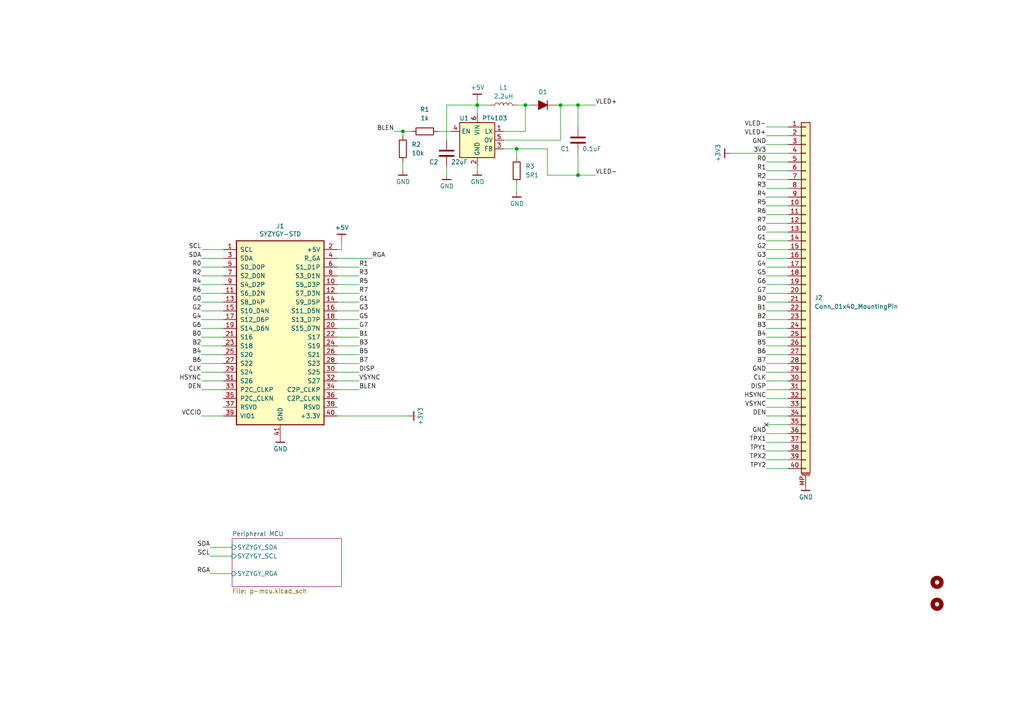
<source format=kicad_sch>
(kicad_sch (version 20201015) (generator eeschema)
  (paper "A4")
  (title_block (title "RGB888 LCD Breakout") (date "2020-12-21") (rev "r1.0") (company "GsD - @gregdavill") (comment 1 "SYZYGY Pod"))
  (lib_symbols
    (symbol "Connector_Generic_MountingPin:Conn_01x40_MountingPin" (pin_names (offset 1.016) hide)
      (property "Reference" "J" (at 0 50.8 0))
      (property "Value" "Conn_01x40_MountingPin" (at 1.27 -53.34 0))
      (symbol "Conn_01x40_MountingPin_1_1"
        (text "Mounting" (at 0 -52.451 0) (effects (font (size 0.381 0.381))))
        (rectangle (start -1.27 -27.813) (end 0 -28.067) (stroke (width 0.1524)))
        (rectangle (start -1.27 -30.353) (end 0 -30.607) (stroke (width 0.1524)))
        (rectangle (start -1.27 -32.893) (end 0 -33.147) (stroke (width 0.1524)))
        (rectangle (start -1.27 -35.433) (end 0 -35.687) (stroke (width 0.1524)))
        (rectangle (start -1.27 -37.973) (end 0 -38.227) (stroke (width 0.1524)))
        (rectangle (start -1.27 -40.513) (end 0 -40.767) (stroke (width 0.1524)))
        (rectangle (start -1.27 -43.053) (end 0 -43.307) (stroke (width 0.1524)))
        (rectangle (start -1.27 -45.593) (end 0 -45.847) (stroke (width 0.1524)))
        (rectangle (start -1.27 -48.133) (end 0 -48.387) (stroke (width 0.1524)))
        (rectangle (start -1.27 -4.953) (end 0 -5.207) (stroke (width 0.1524)))
        (rectangle (start -1.27 -50.673) (end 0 -50.927) (stroke (width 0.1524)))
        (rectangle (start -1.27 -7.493) (end 0 -7.747) (stroke (width 0.1524)))
        (rectangle (start -1.27 -10.033) (end 0 -10.287) (stroke (width 0.1524)))
        (rectangle (start -1.27 -12.573) (end 0 -12.827) (stroke (width 0.1524)))
        (rectangle (start -1.27 -15.113) (end 0 -15.367) (stroke (width 0.1524)))
        (rectangle (start -1.27 -17.653) (end 0 -17.907) (stroke (width 0.1524)))
        (rectangle (start -1.27 -20.193) (end 0 -20.447) (stroke (width 0.1524)))
        (rectangle (start -1.27 -22.733) (end 0 -22.987) (stroke (width 0.1524)))
        (rectangle (start -1.27 -2.413) (end 0 -2.667) (stroke (width 0.1524)))
        (rectangle (start -1.27 -25.273) (end 0 -25.527) (stroke (width 0.1524)))
        (rectangle (start -1.27 25.527) (end 0 25.273) (stroke (width 0.1524)))
        (rectangle (start -1.27 2.667) (end 0 2.413) (stroke (width 0.1524)))
        (rectangle (start -1.27 28.067) (end 0 27.813) (stroke (width 0.1524)))
        (rectangle (start -1.27 30.607) (end 0 30.353) (stroke (width 0.1524)))
        (rectangle (start -1.27 33.147) (end 0 32.893) (stroke (width 0.1524)))
        (rectangle (start -1.27 35.687) (end 0 35.433) (stroke (width 0.1524)))
        (rectangle (start -1.27 38.227) (end 0 37.973) (stroke (width 0.1524)))
        (rectangle (start -1.27 40.767) (end 0 40.513) (stroke (width 0.1524)))
        (rectangle (start -1.27 43.307) (end 0 43.053) (stroke (width 0.1524)))
        (rectangle (start -1.27 45.847) (end 0 45.593) (stroke (width 0.1524)))
        (rectangle (start -1.27 48.387) (end 0 48.133) (stroke (width 0.1524)))
        (rectangle (start -1.27 49.53) (end 1.27 -52.07) (stroke (width 0.254)) (fill (type background)))
        (rectangle (start -1.27 5.207) (end 0 4.953) (stroke (width 0.1524)))
        (rectangle (start -1.27 7.747) (end 0 7.493) (stroke (width 0.1524)))
        (rectangle (start -1.27 10.287) (end 0 10.033) (stroke (width 0.1524)))
        (rectangle (start -1.27 0.127) (end 0 -0.127) (stroke (width 0.1524)))
        (rectangle (start -1.27 12.827) (end 0 12.573) (stroke (width 0.1524)))
        (rectangle (start -1.27 15.367) (end 0 15.113) (stroke (width 0.1524)))
        (rectangle (start -1.27 17.907) (end 0 17.653) (stroke (width 0.1524)))
        (rectangle (start -1.27 20.447) (end 0 20.193) (stroke (width 0.1524)))
        (rectangle (start -1.27 22.987) (end 0 22.733) (stroke (width 0.1524)))
        (polyline (pts (xy -1.016 -52.832) (xy 1.016 -52.832)) (stroke (width 0.1524)))
        (pin passive line (at 0 -55.88 90) (length 3.048) (name "MountPin") (number "MP"))
        (pin passive line (at -5.08 48.26 0) (length 3.81) (name "Pin_1") (number "1"))
        (pin passive line (at -5.08 25.4 0) (length 3.81) (name "Pin_10") (number "10"))
        (pin passive line (at -5.08 22.86 0) (length 3.81) (name "Pin_11") (number "11"))
        (pin passive line (at -5.08 20.32 0) (length 3.81) (name "Pin_12") (number "12"))
        (pin passive line (at -5.08 17.78 0) (length 3.81) (name "Pin_13") (number "13"))
        (pin passive line (at -5.08 15.24 0) (length 3.81) (name "Pin_14") (number "14"))
        (pin passive line (at -5.08 12.7 0) (length 3.81) (name "Pin_15") (number "15"))
        (pin passive line (at -5.08 10.16 0) (length 3.81) (name "Pin_16") (number "16"))
        (pin passive line (at -5.08 7.62 0) (length 3.81) (name "Pin_17") (number "17"))
        (pin passive line (at -5.08 5.08 0) (length 3.81) (name "Pin_18") (number "18"))
        (pin passive line (at -5.08 2.54 0) (length 3.81) (name "Pin_19") (number "19"))
        (pin passive line (at -5.08 45.72 0) (length 3.81) (name "Pin_2") (number "2"))
        (pin passive line (at -5.08 0 0) (length 3.81) (name "Pin_20") (number "20"))
        (pin passive line (at -5.08 -2.54 0) (length 3.81) (name "Pin_21") (number "21"))
        (pin passive line (at -5.08 -5.08 0) (length 3.81) (name "Pin_22") (number "22"))
        (pin passive line (at -5.08 -7.62 0) (length 3.81) (name "Pin_23") (number "23"))
        (pin passive line (at -5.08 -10.16 0) (length 3.81) (name "Pin_24") (number "24"))
        (pin passive line (at -5.08 -12.7 0) (length 3.81) (name "Pin_25") (number "25"))
        (pin passive line (at -5.08 -15.24 0) (length 3.81) (name "Pin_26") (number "26"))
        (pin passive line (at -5.08 -17.78 0) (length 3.81) (name "Pin_27") (number "27"))
        (pin passive line (at -5.08 -20.32 0) (length 3.81) (name "Pin_28") (number "28"))
        (pin passive line (at -5.08 -22.86 0) (length 3.81) (name "Pin_29") (number "29"))
        (pin passive line (at -5.08 43.18 0) (length 3.81) (name "Pin_3") (number "3"))
        (pin passive line (at -5.08 -25.4 0) (length 3.81) (name "Pin_30") (number "30"))
        (pin passive line (at -5.08 -27.94 0) (length 3.81) (name "Pin_31") (number "31"))
        (pin passive line (at -5.08 -30.48 0) (length 3.81) (name "Pin_32") (number "32"))
        (pin passive line (at -5.08 -33.02 0) (length 3.81) (name "Pin_33") (number "33"))
        (pin passive line (at -5.08 -35.56 0) (length 3.81) (name "Pin_34") (number "34"))
        (pin passive line (at -5.08 -38.1 0) (length 3.81) (name "Pin_35") (number "35"))
        (pin passive line (at -5.08 -40.64 0) (length 3.81) (name "Pin_36") (number "36"))
        (pin passive line (at -5.08 -43.18 0) (length 3.81) (name "Pin_37") (number "37"))
        (pin passive line (at -5.08 -45.72 0) (length 3.81) (name "Pin_38") (number "38"))
        (pin passive line (at -5.08 -48.26 0) (length 3.81) (name "Pin_39") (number "39"))
        (pin passive line (at -5.08 40.64 0) (length 3.81) (name "Pin_4") (number "4"))
        (pin passive line (at -5.08 -50.8 0) (length 3.81) (name "Pin_40") (number "40"))
        (pin passive line (at -5.08 38.1 0) (length 3.81) (name "Pin_5") (number "5"))
        (pin passive line (at -5.08 35.56 0) (length 3.81) (name "Pin_6") (number "6"))
        (pin passive line (at -5.08 33.02 0) (length 3.81) (name "Pin_7") (number "7"))
        (pin passive line (at -5.08 30.48 0) (length 3.81) (name "Pin_8") (number "8"))
        (pin passive line (at -5.08 27.94 0) (length 3.81) (name "Pin_9") (number "9"))
      )
    )
    (symbol "Device:C" (pin_numbers hide) (pin_names (offset 0.254))
      (property "Reference" "C" (at 0.635 2.54 0))
      (property "Value" "C" (at 0.635 -2.54 0))
      (symbol "C_0_1"
        (polyline (pts (xy -2.032 -0.762) (xy 2.032 -0.762)) (stroke (width 0.508)))
        (polyline (pts (xy -2.032 0.762) (xy 2.032 0.762)) (stroke (width 0.508)))
      )
      (symbol "C_1_1"
        (pin passive line (at 0 3.81 270) (length 2.794) (name "~") (number "1"))
        (pin passive line (at 0 -3.81 90) (length 2.794) (name "~") (number "2"))
      )
    )
    (symbol "Device:D_ALT" (pin_numbers hide) (pin_names (offset 1.016) hide)
      (property "Reference" "D" (at 0 2.54 0))
      (property "Value" "D_ALT" (at 0 -2.54 0))
      (symbol "D_ALT_0_1"
        (polyline (pts (xy -1.27 1.27) (xy -1.27 -1.27)) (stroke (width 0.254)))
        (polyline (pts (xy 1.27 0) (xy -1.27 0)))
        (polyline (pts (xy 1.27 1.27) (xy 1.27 -1.27) (xy -1.27 0) (xy 1.27 1.27)) (stroke (width 0.254)) (fill (type outline)))
      )
      (symbol "D_ALT_1_1"
        (pin passive line (at -3.81 0 0) (length 2.54) (name "K") (number "1"))
        (pin passive line (at 3.81 0 180) (length 2.54) (name "A") (number "2"))
      )
    )
    (symbol "Device:L" (pin_numbers hide) (pin_names (offset 1.016) hide)
      (property "Reference" "L" (at -1.27 0 90))
      (property "Value" "L" (at 1.905 0 90))
      (symbol "L_0_1"
        (arc (start 0 -2.54) (end 0 -1.27) (radius (at 0 -1.905) (length 0.635) (angles -89.9 89.9)))
        (arc (start 0 -1.27) (end 0 0) (radius (at 0 -0.635) (length 0.635) (angles -89.9 89.9)))
        (arc (start 0 0) (end 0 1.27) (radius (at 0 0.635) (length 0.635) (angles -89.9 89.9)))
        (arc (start 0 1.27) (end 0 2.54) (radius (at 0 1.905) (length 0.635) (angles -89.9 89.9)))
      )
      (symbol "L_1_1"
        (pin passive line (at 0 3.81 270) (length 1.27) (name "1") (number "1"))
        (pin passive line (at 0 -3.81 90) (length 1.27) (name "2") (number "2"))
      )
    )
    (symbol "Device:R" (pin_numbers hide) (pin_names (offset 0))
      (property "Reference" "R" (at 2.032 0 90))
      (property "Value" "R" (at 0 0 90))
      (symbol "R_0_1"
        (rectangle (start -1.016 -2.54) (end 1.016 2.54) (stroke (width 0.254)))
      )
      (symbol "R_1_1"
        (pin passive line (at 0 3.81 270) (length 1.27) (name "~") (number "1"))
        (pin passive line (at 0 -3.81 90) (length 1.27) (name "~") (number "2"))
      )
    )
    (symbol "Mechanical:MountingHole" (pin_names (offset 1.016))
      (property "Reference" "H" (at 0 5.08 0))
      (property "Value" "MountingHole" (at 0 3.175 0))
      (symbol "MountingHole_0_1"
        (circle (center 0 0) (radius 1.27) (stroke (width 1.27)))
      )
    )
    (symbol "gkl_power:+3V3" (power) (pin_names (offset 0))
      (property "Value" "+3V3" (at 0 3.556 0))
      (symbol "+3V3_0_1"
        (polyline (pts (xy -1.27 1.905) (xy 1.27 1.905)) (stroke (width 0.3048)))
        (polyline (pts (xy 0 0) (xy 0 1.905)))
      )
      (symbol "+3V3_1_1"
        (pin power_in line (at 0 0 90) (length 0) hide (name "+3V3") (number "1"))
      )
    )
    (symbol "gkl_power:+5V" (power) (pin_names (offset 0))
      (property "Value" "+5V" (at 0 3.175 0))
      (symbol "+5V_0_1"
        (polyline (pts (xy -1.27 1.905) (xy 1.27 1.905)) (stroke (width 0.3048)))
        (polyline (pts (xy 0 0) (xy 0 1.905)))
      )
      (symbol "+5V_1_1"
        (pin power_in line (at 0 0 90) (length 0) hide (name "+5V") (number "1"))
      )
    )
    (symbol "gkl_power:GND" (power) (pin_names (offset 0))
      (property "Value" "GND" (at 0 -2.54 0))
      (symbol "GND_0_1"
        (polyline (pts (xy 0 -1.27) (xy 0 0)))
        (polyline (pts (xy 1.27 -1.27) (xy -1.27 -1.27)) (stroke (width 0.3048)))
      )
      (symbol "GND_1_1"
        (pin power_in line (at 0 0 270) (length 0) hide (name "GND") (number "1"))
      )
    )
    (symbol "gsd-kicad:PT4103"
      (property "Reference" "U" (at 2.54 10.16 0))
      (property "Value" "PT4103" (at 7.62 7.62 0))
      (symbol "PT4103_0_1"
        (rectangle (start 5.08 -5.08) (end -5.08 5.08) (stroke (width 0.254)) (fill (type background)))
      )
      (symbol "PT4103_1_1"
        (pin open_collector line (at 7.62 2.54 180) (length 2.54) (name "LX") (number "1"))
        (pin power_in line (at 0 -7.62 90) (length 2.54) (name "GND") (number "2"))
        (pin input line (at 7.62 -2.54 180) (length 2.54) (name "FB") (number "3"))
        (pin input line (at -7.62 2.54 0) (length 2.54) (name "EN") (number "4"))
        (pin input line (at 7.62 0 180) (length 2.54) (name "OV") (number "5"))
        (pin power_in line (at 0 7.62 270) (length 2.54) (name "VIN") (number "6"))
      )
    )
    (symbol "gsd-kicad:SYZYGY-STD" (pin_names (offset 1.016))
      (property "Reference" "J" (at 0 27.94 0))
      (property "Value" "SYZYGY-STD" (at 0 25.4 0))
      (symbol "SYZYGY-STD_0_1"
        (rectangle (start -12.7 24.13) (end 12.7 -29.21) (stroke (width 0.3302)) (fill (type background)))
      )
      (symbol "SYZYGY-STD_1_1"
        (pin input line (at -16.51 21.59 0) (length 3.81) (name "SCL") (number "1"))
        (pin input line (at 16.51 11.43 180) (length 3.81) (name "S5_D3P") (number "10"))
        (pin input line (at -16.51 8.89 0) (length 3.81) (name "S6_D2N") (number "11"))
        (pin input line (at 16.51 8.89 180) (length 3.81) (name "S7_D3N") (number "12"))
        (pin input line (at -16.51 6.35 0) (length 3.81) (name "S8_D4P") (number "13"))
        (pin input line (at 16.51 6.35 180) (length 3.81) (name "S9_D5P") (number "14"))
        (pin input line (at -16.51 3.81 0) (length 3.81) (name "S10_D4N") (number "15"))
        (pin input line (at 16.51 3.81 180) (length 3.81) (name "S11_D5N") (number "16"))
        (pin input line (at -16.51 1.27 0) (length 3.81) (name "S12_D6P") (number "17"))
        (pin input line (at 16.51 1.27 180) (length 3.81) (name "S13_D7P") (number "18"))
        (pin input line (at -16.51 -1.27 0) (length 3.81) (name "S14_D6N") (number "19"))
        (pin input line (at 16.51 21.59 180) (length 3.81) (name "+5V") (number "2"))
        (pin input line (at 16.51 -1.27 180) (length 3.81) (name "S15_D7N") (number "20"))
        (pin input line (at -16.51 -3.81 0) (length 3.81) (name "S16") (number "21"))
        (pin input line (at 16.51 -3.81 180) (length 3.81) (name "S17") (number "22"))
        (pin input line (at -16.51 -6.35 0) (length 3.81) (name "S18") (number "23"))
        (pin input line (at 16.51 -6.35 180) (length 3.81) (name "S19") (number "24"))
        (pin input line (at -16.51 -8.89 0) (length 3.81) (name "S20") (number "25"))
        (pin input line (at 16.51 -8.89 180) (length 3.81) (name "S21") (number "26"))
        (pin input line (at -16.51 -11.43 0) (length 3.81) (name "S22") (number "27"))
        (pin input line (at 16.51 -11.43 180) (length 3.81) (name "S23") (number "28"))
        (pin input line (at -16.51 -13.97 0) (length 3.81) (name "S24") (number "29"))
        (pin input line (at -16.51 19.05 0) (length 3.81) (name "SDA") (number "3"))
        (pin input line (at 16.51 -13.97 180) (length 3.81) (name "S25") (number "30"))
        (pin input line (at -16.51 -16.51 0) (length 3.81) (name "S26") (number "31"))
        (pin input line (at 16.51 -16.51 180) (length 3.81) (name "S27") (number "32"))
        (pin input line (at -16.51 -19.05 0) (length 3.81) (name "P2C_CLKP") (number "33"))
        (pin input line (at 16.51 -19.05 180) (length 3.81) (name "C2P_CLKP") (number "34"))
        (pin input line (at -16.51 -21.59 0) (length 3.81) (name "P2C_CLKN") (number "35"))
        (pin input line (at 16.51 -21.59 180) (length 3.81) (name "C2P_CLKN") (number "36"))
        (pin input line (at -16.51 -24.13 0) (length 3.81) (name "RSVD") (number "37"))
        (pin input line (at 16.51 -24.13 180) (length 3.81) (name "RSVD") (number "38"))
        (pin input line (at -16.51 -26.67 0) (length 3.81) (name "VIO1") (number "39"))
        (pin input line (at 16.51 19.05 180) (length 3.81) (name "R_GA") (number "4"))
        (pin input line (at 16.51 -26.67 180) (length 3.81) (name "+3.3V") (number "40"))
        (pin input line (at 0 -33.02 90) (length 3.81) (name "GND") (number "41"))
        (pin input line (at -16.51 16.51 0) (length 3.81) (name "S0_D0P") (number "5"))
        (pin input line (at 16.51 16.51 180) (length 3.81) (name "S1_D1P") (number "6"))
        (pin input line (at -16.51 13.97 0) (length 3.81) (name "S2_D0N") (number "7"))
        (pin input line (at 16.51 13.97 180) (length 3.81) (name "S3_D1N") (number "8"))
        (pin input line (at -16.51 11.43 0) (length 3.81) (name "S4_D2P") (number "9"))
      )
    )
  )
  (bus_alias "GPDI" (members "CK_N" "CK_P" "D0_N" "D0_P" "D1_N" "D1_P" "D2_N" "D2_P"))
  (junction (at 116.84 38.1) (diameter 0.9144))
  (junction (at 138.43 30.48) (diameter 0.9144))
  (junction (at 149.86 43.18) (diameter 0.9144))
  (junction (at 152.4 30.48) (diameter 0.9144))
  (junction (at 162.56 30.48) (diameter 0.9144))
  (junction (at 167.64 30.48) (diameter 0.9144))
  (junction (at 167.64 50.8) (diameter 0.9144))
  (no_connect (at 222.25 123.19))
  (wire (pts (xy 58.42 77.47) (xy 64.77 77.47)))
  (wire (pts (xy 58.42 80.01) (xy 64.77 80.01)))
  (wire (pts (xy 58.42 82.55) (xy 64.77 82.55)))
  (wire (pts (xy 58.42 85.09) (xy 64.77 85.09)))
  (wire (pts (xy 58.42 87.63) (xy 64.77 87.63)))
  (wire (pts (xy 58.42 90.17) (xy 64.77 90.17)))
  (wire (pts (xy 58.42 92.71) (xy 64.77 92.71)))
  (wire (pts (xy 58.42 95.25) (xy 64.77 95.25)))
  (wire (pts (xy 58.42 97.79) (xy 64.77 97.79)))
  (wire (pts (xy 58.42 100.33) (xy 64.77 100.33)))
  (wire (pts (xy 58.42 102.87) (xy 64.77 102.87)))
  (wire (pts (xy 58.42 105.41) (xy 64.77 105.41)))
  (wire (pts (xy 58.42 107.95) (xy 64.77 107.95)))
  (wire (pts (xy 58.42 110.49) (xy 64.77 110.49)))
  (wire (pts (xy 58.42 113.03) (xy 64.77 113.03)))
  (wire (pts (xy 64.77 72.39) (xy 58.42 72.39)))
  (wire (pts (xy 64.77 74.93) (xy 58.42 74.93)))
  (wire (pts (xy 64.77 120.65) (xy 58.42 120.65)))
  (wire (pts (xy 67.31 158.75) (xy 60.96 158.75)))
  (wire (pts (xy 67.31 161.29) (xy 60.96 161.29)))
  (wire (pts (xy 67.31 166.37) (xy 60.96 166.37)))
  (wire (pts (xy 97.79 72.39) (xy 99.06 72.39)))
  (wire (pts (xy 97.79 74.93) (xy 107.95 74.93)))
  (wire (pts (xy 97.79 120.65) (xy 118.11 120.65)))
  (wire (pts (xy 99.06 72.39) (xy 99.06 69.85)))
  (wire (pts (xy 104.14 77.47) (xy 97.79 77.47)))
  (wire (pts (xy 104.14 80.01) (xy 97.79 80.01)))
  (wire (pts (xy 104.14 82.55) (xy 97.79 82.55)))
  (wire (pts (xy 104.14 85.09) (xy 97.79 85.09)))
  (wire (pts (xy 104.14 87.63) (xy 97.79 87.63)))
  (wire (pts (xy 104.14 90.17) (xy 97.79 90.17)))
  (wire (pts (xy 104.14 92.71) (xy 97.79 92.71)))
  (wire (pts (xy 104.14 95.25) (xy 97.79 95.25)))
  (wire (pts (xy 104.14 97.79) (xy 97.79 97.79)))
  (wire (pts (xy 104.14 100.33) (xy 97.79 100.33)))
  (wire (pts (xy 104.14 102.87) (xy 97.79 102.87)))
  (wire (pts (xy 104.14 105.41) (xy 97.79 105.41)))
  (wire (pts (xy 104.14 107.95) (xy 97.79 107.95)))
  (wire (pts (xy 104.14 110.49) (xy 97.79 110.49)))
  (wire (pts (xy 104.14 113.03) (xy 97.79 113.03)))
  (wire (pts (xy 114.3 38.1) (xy 116.84 38.1)))
  (wire (pts (xy 116.84 38.1) (xy 116.84 39.37)))
  (wire (pts (xy 116.84 38.1) (xy 119.38 38.1)))
  (wire (pts (xy 116.84 46.99) (xy 116.84 49.53)))
  (wire (pts (xy 127 38.1) (xy 130.81 38.1)))
  (wire (pts (xy 129.54 30.48) (xy 138.43 30.48)))
  (wire (pts (xy 129.54 40.64) (xy 129.54 30.48)))
  (wire (pts (xy 129.54 48.26) (xy 129.54 50.8)))
  (wire (pts (xy 138.43 29.21) (xy 138.43 30.48)))
  (wire (pts (xy 138.43 30.48) (xy 138.43 33.02)))
  (wire (pts (xy 138.43 30.48) (xy 142.24 30.48)))
  (wire (pts (xy 138.43 48.26) (xy 138.43 49.53)))
  (wire (pts (xy 146.05 40.64) (xy 162.56 40.64)))
  (wire (pts (xy 146.05 43.18) (xy 149.86 43.18)))
  (wire (pts (xy 149.86 30.48) (xy 152.4 30.48)))
  (wire (pts (xy 149.86 43.18) (xy 149.86 45.72)))
  (wire (pts (xy 149.86 43.18) (xy 158.75 43.18)))
  (wire (pts (xy 149.86 53.34) (xy 149.86 55.88)))
  (wire (pts (xy 152.4 30.48) (xy 152.4 38.1)))
  (wire (pts (xy 152.4 30.48) (xy 153.67 30.48)))
  (wire (pts (xy 152.4 38.1) (xy 146.05 38.1)))
  (wire (pts (xy 158.75 43.18) (xy 158.75 50.8)))
  (wire (pts (xy 158.75 50.8) (xy 167.64 50.8)))
  (wire (pts (xy 161.29 30.48) (xy 162.56 30.48)))
  (wire (pts (xy 162.56 30.48) (xy 167.64 30.48)))
  (wire (pts (xy 162.56 40.64) (xy 162.56 30.48)))
  (wire (pts (xy 167.64 30.48) (xy 167.64 36.83)))
  (wire (pts (xy 167.64 30.48) (xy 172.72 30.48)))
  (wire (pts (xy 167.64 44.45) (xy 167.64 50.8)))
  (wire (pts (xy 167.64 50.8) (xy 172.72 50.8)))
  (wire (pts (xy 212.09 44.45) (xy 228.6 44.45)))
  (wire (pts (xy 222.25 36.83) (xy 228.6 36.83)))
  (wire (pts (xy 222.25 39.37) (xy 228.6 39.37)))
  (wire (pts (xy 222.25 41.91) (xy 228.6 41.91)))
  (wire (pts (xy 222.25 46.99) (xy 228.6 46.99)))
  (wire (pts (xy 222.25 49.53) (xy 228.6 49.53)))
  (wire (pts (xy 222.25 52.07) (xy 228.6 52.07)))
  (wire (pts (xy 222.25 54.61) (xy 228.6 54.61)))
  (wire (pts (xy 222.25 57.15) (xy 228.6 57.15)))
  (wire (pts (xy 222.25 59.69) (xy 228.6 59.69)))
  (wire (pts (xy 222.25 62.23) (xy 228.6 62.23)))
  (wire (pts (xy 222.25 64.77) (xy 228.6 64.77)))
  (wire (pts (xy 222.25 67.31) (xy 228.6 67.31)))
  (wire (pts (xy 222.25 69.85) (xy 228.6 69.85)))
  (wire (pts (xy 222.25 72.39) (xy 228.6 72.39)))
  (wire (pts (xy 222.25 74.93) (xy 228.6 74.93)))
  (wire (pts (xy 222.25 77.47) (xy 228.6 77.47)))
  (wire (pts (xy 222.25 80.01) (xy 228.6 80.01)))
  (wire (pts (xy 222.25 82.55) (xy 228.6 82.55)))
  (wire (pts (xy 222.25 85.09) (xy 228.6 85.09)))
  (wire (pts (xy 222.25 87.63) (xy 228.6 87.63)))
  (wire (pts (xy 222.25 90.17) (xy 228.6 90.17)))
  (wire (pts (xy 222.25 92.71) (xy 228.6 92.71)))
  (wire (pts (xy 222.25 95.25) (xy 228.6 95.25)))
  (wire (pts (xy 222.25 97.79) (xy 228.6 97.79)))
  (wire (pts (xy 222.25 100.33) (xy 228.6 100.33)))
  (wire (pts (xy 222.25 102.87) (xy 228.6 102.87)))
  (wire (pts (xy 222.25 105.41) (xy 228.6 105.41)))
  (wire (pts (xy 222.25 107.95) (xy 228.6 107.95)))
  (wire (pts (xy 222.25 110.49) (xy 228.6 110.49)))
  (wire (pts (xy 222.25 113.03) (xy 228.6 113.03)))
  (wire (pts (xy 222.25 115.57) (xy 228.6 115.57)))
  (wire (pts (xy 222.25 118.11) (xy 228.6 118.11)))
  (wire (pts (xy 222.25 120.65) (xy 228.6 120.65)))
  (wire (pts (xy 222.25 123.19) (xy 228.6 123.19)))
  (wire (pts (xy 222.25 125.73) (xy 228.6 125.73)))
  (wire (pts (xy 222.25 128.27) (xy 228.6 128.27)))
  (wire (pts (xy 222.25 130.81) (xy 228.6 130.81)))
  (wire (pts (xy 222.25 133.35) (xy 228.6 133.35)))
  (wire (pts (xy 222.25 135.89) (xy 228.6 135.89)))
  (label "SCL" (at 58.42 72.39 180))
  (label "SDA" (at 58.42 74.93 180))
  (label "R0" (at 58.42 77.47 180))
  (label "R2" (at 58.42 80.01 180))
  (label "R4" (at 58.42 82.55 180))
  (label "R6" (at 58.42 85.09 180))
  (label "G0" (at 58.42 87.63 180))
  (label "G2" (at 58.42 90.17 180))
  (label "G4" (at 58.42 92.71 180))
  (label "G6" (at 58.42 95.25 180))
  (label "B0" (at 58.42 97.79 180))
  (label "B2" (at 58.42 100.33 180))
  (label "B4" (at 58.42 102.87 180))
  (label "B6" (at 58.42 105.41 180))
  (label "CLK" (at 58.42 107.95 180))
  (label "HSYNC" (at 58.42 110.49 180))
  (label "DEN" (at 58.42 113.03 180))
  (label "VCCIO" (at 58.42 120.65 180))
  (label "SDA" (at 60.96 158.75 180))
  (label "SCL" (at 60.96 161.29 180))
  (label "RGA" (at 60.96 166.37 180))
  (label "R1" (at 104.14 77.47 0))
  (label "R3" (at 104.14 80.01 0))
  (label "R5" (at 104.14 82.55 0))
  (label "R7" (at 104.14 85.09 0))
  (label "G1" (at 104.14 87.63 0))
  (label "G3" (at 104.14 90.17 0))
  (label "G5" (at 104.14 92.71 0))
  (label "G7" (at 104.14 95.25 0))
  (label "B1" (at 104.14 97.79 0))
  (label "B3" (at 104.14 100.33 0))
  (label "B5" (at 104.14 102.87 0))
  (label "B7" (at 104.14 105.41 0))
  (label "DISP" (at 104.14 107.95 0))
  (label "VSYNC" (at 104.14 110.49 0))
  (label "BLEN" (at 104.14 113.03 0))
  (label "RGA" (at 107.95 74.93 0))
  (label "BLEN" (at 114.3 38.1 180))
  (label "VLED+" (at 172.72 30.48 0))
  (label "VLED-" (at 172.72 50.8 0))
  (label "VLED-" (at 222.25 36.83 180))
  (label "VLED+" (at 222.25 39.37 180))
  (label "GND" (at 222.25 41.91 180))
  (label "3V3" (at 222.25 44.45 180))
  (label "R0" (at 222.25 46.99 180))
  (label "R1" (at 222.25 49.53 180))
  (label "R2" (at 222.25 52.07 180))
  (label "R3" (at 222.25 54.61 180))
  (label "R4" (at 222.25 57.15 180))
  (label "R5" (at 222.25 59.69 180))
  (label "R6" (at 222.25 62.23 180))
  (label "R7" (at 222.25 64.77 180))
  (label "G0" (at 222.25 67.31 180))
  (label "G1" (at 222.25 69.85 180))
  (label "G2" (at 222.25 72.39 180))
  (label "G3" (at 222.25 74.93 180))
  (label "G4" (at 222.25 77.47 180))
  (label "G5" (at 222.25 80.01 180))
  (label "G6" (at 222.25 82.55 180))
  (label "G7" (at 222.25 85.09 180))
  (label "B0" (at 222.25 87.63 180))
  (label "B1" (at 222.25 90.17 180))
  (label "B2" (at 222.25 92.71 180))
  (label "B3" (at 222.25 95.25 180))
  (label "B4" (at 222.25 97.79 180))
  (label "B5" (at 222.25 100.33 180))
  (label "B6" (at 222.25 102.87 180))
  (label "B7" (at 222.25 105.41 180))
  (label "GND" (at 222.25 107.95 180))
  (label "CLK" (at 222.25 110.49 180))
  (label "DISP" (at 222.25 113.03 180))
  (label "HSYNC" (at 222.25 115.57 180))
  (label "VSYNC" (at 222.25 118.11 180))
  (label "DEN" (at 222.25 120.65 180))
  (label "GND" (at 222.25 125.73 180))
  (label "TPX1" (at 222.25 128.27 180))
  (label "TPY1" (at 222.25 130.81 180))
  (label "TPX2" (at 222.25 133.35 180))
  (label "TPY2" (at 222.25 135.89 180))
  (symbol (lib_id "gkl_power:GND") (at 81.28 127 0) (unit 1)
    (property "Reference" "#PWR0104" (effects hide))
    (property "Value" "GND" (at 81.3562 130.2004 0))
  )
  (symbol (lib_id "gkl_power:GND") (at 116.84 49.53 0) (unit 1)
    (property "Reference" "#PWR0105" (effects hide))
    (property "Value" "GND" (at 116.9162 52.7304 0))
  )
  (symbol (lib_id "gkl_power:GND") (at 129.54 50.8 0) (unit 1)
    (property "Reference" "#PWR0107" (effects hide))
    (property "Value" "GND" (at 129.6162 54.0004 0))
  )
  (symbol (lib_id "gkl_power:GND") (at 138.43 49.53 0) (unit 1)
    (property "Reference" "#PWR0106" (effects hide))
    (property "Value" "GND" (at 138.5062 52.7304 0))
  )
  (symbol (lib_id "gkl_power:GND") (at 149.86 55.88 0) (unit 1)
    (property "Reference" "#PWR0108" (effects hide))
    (property "Value" "GND" (at 149.9362 59.0804 0))
  )
  (symbol (lib_id "gkl_power:GND") (at 233.68 140.97 0) (unit 1)
    (property "Reference" "#PWR0101" (effects hide))
    (property "Value" "GND" (at 233.7562 144.1704 0))
  )
  (symbol (lib_id "gkl_power:+5V") (at 99.06 69.85 0) (unit 1)
    (property "Reference" "#PWR0102" (effects hide))
    (property "Value" "+5V" (at 99.1362 66.0146 0))
  )
  (symbol (lib_id "gkl_power:+3V3") (at 118.11 120.65 270) (unit 1)
    (property "Reference" "#PWR0103" (effects hide))
    (property "Value" "+3V3" (at 121.9454 120.7262 0))
  )
  (symbol (lib_id "gkl_power:+5V") (at 138.43 29.21 0) (unit 1)
    (property "Reference" "#PWR0109" (effects hide))
    (property "Value" "+5V" (at 138.5062 25.3746 0))
  )
  (symbol (lib_id "gkl_power:+3V3") (at 212.09 44.45 90) (unit 1)
    (property "Reference" "#PWR0110" (effects hide))
    (property "Value" "+3V3" (at 208.2546 44.3738 0))
  )
  (symbol (lib_id "Device:L") (at 146.05 30.48 90) (unit 1)
    (property "Reference" "L1" (at 146.05 25.4 90))
    (property "Value" "2.2uH" (at 146.05 27.94 90))
    (property "Footprint" "Inductor_SMD:L_Taiyo-Yuden_MD-2020" (effects hide))
  )
  (symbol (lib_id "Mechanical:MountingHole") (at 271.78 168.91 0) (unit 1) (in_bom no)
    (property "Reference" "H1" (effects hide))
    (property "Value" "MountingHole" (effects hide))
    (property "Footprint" "MountingHole:MountingHole_3.2mm_M3_DIN965" (effects hide))
  )
  (symbol (lib_id "Mechanical:MountingHole") (at 271.78 175.26 0) (unit 1) (in_bom no)
    (property "Reference" "H2" (effects hide))
    (property "Value" "MountingHole" (effects hide))
    (property "Footprint" "MountingHole:MountingHole_3.2mm_M3_DIN965" (effects hide))
  )
  (symbol (lib_id "Device:R") (at 116.84 43.18 180) (unit 1)
    (property "Reference" "R2" (at 119.38 41.91 0) (effects (justify right)))
    (property "Value" "10k" (at 119.38 44.45 0) (effects (justify right)))
    (property "Footprint" "Resistor_SMD:R_0402_1005Metric" (effects hide))
  )
  (symbol (lib_id "Device:R") (at 123.19 38.1 90) (unit 1)
    (property "Reference" "R1" (at 123.19 31.75 90))
    (property "Value" "1k" (at 123.19 34.29 90))
    (property "Footprint" "Resistor_SMD:R_0402_1005Metric" (effects hide))
  )
  (symbol (lib_id "Device:R") (at 149.86 49.53 180) (unit 1)
    (property "Reference" "R3" (at 152.4 48.26 0) (effects (justify right)))
    (property "Value" "5R1" (at 152.4 50.8 0) (effects (justify right)))
    (property "Footprint" "Resistor_SMD:R_0402_1005Metric" (effects hide))
  )
  (symbol (lib_id "Device:D_ALT") (at 157.48 30.48 180) (unit 1)
    (property "Reference" "D1" (at 157.48 26.67 0))
    (property "Value" "D_ALT" (effects hide))
    (property "Footprint" "Diode_SMD:D_SOD-123F" (effects hide))
  )
  (symbol (lib_id "Device:C") (at 129.54 44.45 0) (unit 1)
    (property "Reference" "C2" (at 124.46 46.99 0) (effects (justify left)))
    (property "Value" "22uF" (at 130.81 46.99 0) (effects (justify left)))
    (property "Footprint" "Capacitor_SMD:C_0603_1608Metric" (effects hide))
  )
  (symbol (lib_id "Device:C") (at 167.64 40.64 0) (unit 1)
    (property "Reference" "C1" (at 162.56 43.18 0) (effects (justify left)))
    (property "Value" "0.1uF" (at 168.91 43.18 0) (effects (justify left)))
    (property "Footprint" "Capacitor_SMD:C_0603_1608Metric" (effects hide))
  )
  (symbol (lib_id "gsd-kicad:PT4103") (at 138.43 40.64 0) (unit 1)
    (property "Reference" "U1" (at 134.62 34.29 0))
    (property "Value" "PT4103" (at 143.51 34.29 0))
    (property "Footprint" "Package_TO_SOT_SMD:SOT-23-6" (effects hide))
  )
  (symbol (lib_id "Connector_Generic_MountingPin:Conn_01x40_MountingPin") (at 233.68 85.09 0) (unit 1)
    (property "Reference" "J2" (at 236.22 86.36 0) (effects (justify left)))
    (property "Value" "Conn_01x40_MountingPin" (at 236.22 88.9 0) (effects (justify left)))
    (property "Footprint" "gsd-footprints:X05A20H40G" (effects hide))
  )
  (symbol (lib_id "gsd-kicad:SYZYGY-STD") (at 81.28 93.98 0) (unit 1)
    (property "Reference" "J1" (at 81.28 65.5574 0))
    (property "Value" "SYZYGY-STD" (at 81.28 67.8688 0))
    (property "Footprint" "gsd-footprints:SYZYGY-STD-POD" (effects hide))
    (property "Mfg" "Samtec Inc." (effects hide))
    (property "PN" "QTE-020-01-F-D-A" (effects hide))
  )
  (sheet (at 67.31 156.21) (size 31.75 13.97) (stroke (width 0.1524) (color 132 0 132 1)) (fill (color 255 255 255 1.0000))
    (property "Sheet name" "Peripheral MCU" (at 67.31 155.5745 0) (effects (justify left bottom)))
    (property "Sheet file" "p-mcu.kicad_sch" (at 67.31 170.6885 0) (effects (justify left top)))
    (pin "SYZYGY_SCL" input (at 67.31 161.29 180))
    (pin "SYZYGY_SDA" input (at 67.31 158.75 180))
    (pin "SYZYGY_RGA" input (at 67.31 166.37 180))
  )
)
</source>
